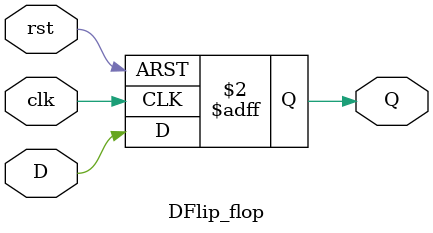
<source format=v>
`timescale 1ns / 1ps

module DFlip_flop(input clk, input rst, input D, output reg Q);

 always @ (posedge clk or posedge rst)
 if (rst) begin
 Q <= 1'b0;
 end else begin
 Q <= D;
 end
endmodule 

</source>
